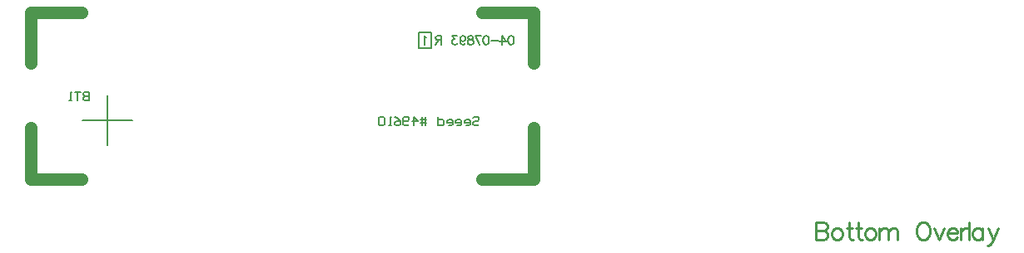
<source format=gbo>
%FSLAX24Y24*%
%MOIN*%
G70*
G01*
G75*
G04 Layer_Color=32896*
%ADD10O,0.0138X0.0256*%
%ADD11O,0.0256X0.0138*%
%ADD12R,0.1339X0.1339*%
%ADD13R,0.0354X0.0276*%
%ADD14R,0.0354X0.0315*%
%ADD15R,0.0551X0.0433*%
%ADD16R,0.0315X0.0354*%
%ADD17R,0.0276X0.0354*%
%ADD18R,0.0984X0.0866*%
%ADD19R,0.0197X0.0787*%
%ADD20R,0.0689X0.0571*%
%ADD21R,0.0295X0.0118*%
%ADD22R,0.0256X0.0354*%
%ADD23R,0.0453X0.0551*%
%ADD24R,0.0177X0.0315*%
%ADD25R,0.1260X0.0433*%
%ADD26R,0.0354X0.0256*%
%ADD27C,0.0100*%
%ADD28C,0.0150*%
%ADD29C,0.0200*%
%ADD30C,0.0180*%
%ADD31C,0.0300*%
%ADD32C,0.0130*%
%ADD33C,0.0500*%
%ADD34R,0.0620X0.0620*%
%ADD35C,0.0620*%
%ADD36C,0.0350*%
%ADD37C,0.0098*%
%ADD38C,0.0098*%
%ADD39C,0.0050*%
%ADD40C,0.0079*%
%ADD41C,0.0060*%
%ADD42O,0.0218X0.0336*%
%ADD43O,0.0336X0.0218*%
%ADD44R,0.1419X0.1419*%
%ADD45R,0.0434X0.0356*%
%ADD46R,0.0434X0.0395*%
%ADD47R,0.0631X0.0513*%
%ADD48R,0.0395X0.0434*%
%ADD49R,0.0356X0.0434*%
%ADD50R,0.1064X0.0946*%
%ADD51R,0.0277X0.0867*%
%ADD52R,0.0769X0.0651*%
%ADD53R,0.0375X0.0198*%
%ADD54R,0.0336X0.0434*%
%ADD55R,0.0533X0.0631*%
%ADD56R,0.0257X0.0395*%
%ADD57R,0.1340X0.0513*%
%ADD58R,0.0434X0.0336*%
%ADD59R,0.0700X0.0700*%
%ADD60C,0.0700*%
%ADD61C,0.0430*%
D27*
X31200Y-2000D02*
Y-2700D01*
Y-2000D02*
X31500D01*
X31600Y-2033D01*
X31633Y-2067D01*
X31667Y-2133D01*
Y-2200D01*
X31633Y-2267D01*
X31600Y-2300D01*
X31500Y-2333D01*
X31200D02*
X31500D01*
X31600Y-2367D01*
X31633Y-2400D01*
X31667Y-2467D01*
Y-2567D01*
X31633Y-2633D01*
X31600Y-2667D01*
X31500Y-2700D01*
X31200D01*
X31990Y-2233D02*
X31923Y-2267D01*
X31857Y-2333D01*
X31823Y-2433D01*
Y-2500D01*
X31857Y-2600D01*
X31923Y-2667D01*
X31990Y-2700D01*
X32090D01*
X32156Y-2667D01*
X32223Y-2600D01*
X32256Y-2500D01*
Y-2433D01*
X32223Y-2333D01*
X32156Y-2267D01*
X32090Y-2233D01*
X31990D01*
X32510Y-2000D02*
Y-2567D01*
X32543Y-2667D01*
X32610Y-2700D01*
X32676D01*
X32410Y-2233D02*
X32643D01*
X32876Y-2000D02*
Y-2567D01*
X32910Y-2667D01*
X32976Y-2700D01*
X33043D01*
X32776Y-2233D02*
X33010D01*
X33310D02*
X33243Y-2267D01*
X33176Y-2333D01*
X33143Y-2433D01*
Y-2500D01*
X33176Y-2600D01*
X33243Y-2667D01*
X33310Y-2700D01*
X33410D01*
X33476Y-2667D01*
X33543Y-2600D01*
X33576Y-2500D01*
Y-2433D01*
X33543Y-2333D01*
X33476Y-2267D01*
X33410Y-2233D01*
X33310D01*
X33729D02*
Y-2700D01*
Y-2367D02*
X33829Y-2267D01*
X33896Y-2233D01*
X33996D01*
X34063Y-2267D01*
X34096Y-2367D01*
Y-2700D01*
Y-2367D02*
X34196Y-2267D01*
X34263Y-2233D01*
X34363D01*
X34429Y-2267D01*
X34463Y-2367D01*
Y-2700D01*
X35432Y-2000D02*
X35366Y-2033D01*
X35299Y-2100D01*
X35266Y-2167D01*
X35232Y-2267D01*
Y-2433D01*
X35266Y-2533D01*
X35299Y-2600D01*
X35366Y-2667D01*
X35432Y-2700D01*
X35566D01*
X35632Y-2667D01*
X35699Y-2600D01*
X35732Y-2533D01*
X35766Y-2433D01*
Y-2267D01*
X35732Y-2167D01*
X35699Y-2100D01*
X35632Y-2033D01*
X35566Y-2000D01*
X35432D01*
X35929Y-2233D02*
X36129Y-2700D01*
X36329Y-2233D02*
X36129Y-2700D01*
X36442Y-2433D02*
X36842D01*
Y-2367D01*
X36809Y-2300D01*
X36775Y-2267D01*
X36709Y-2233D01*
X36609D01*
X36542Y-2267D01*
X36476Y-2333D01*
X36442Y-2433D01*
Y-2500D01*
X36476Y-2600D01*
X36542Y-2667D01*
X36609Y-2700D01*
X36709D01*
X36775Y-2667D01*
X36842Y-2600D01*
X36992Y-2233D02*
Y-2700D01*
Y-2433D02*
X37025Y-2333D01*
X37092Y-2267D01*
X37159Y-2233D01*
X37259D01*
X37322Y-2000D02*
Y-2700D01*
X37869Y-2233D02*
Y-2700D01*
Y-2333D02*
X37802Y-2267D01*
X37735Y-2233D01*
X37635D01*
X37569Y-2267D01*
X37502Y-2333D01*
X37469Y-2433D01*
Y-2500D01*
X37502Y-2600D01*
X37569Y-2667D01*
X37635Y-2700D01*
X37735D01*
X37802Y-2667D01*
X37869Y-2600D01*
X38089Y-2233D02*
X38288Y-2700D01*
X38488Y-2233D02*
X38288Y-2700D01*
X38222Y-2833D01*
X38155Y-2900D01*
X38089Y-2933D01*
X38055D01*
D33*
X-250Y6450D02*
X1800D01*
X-250Y4400D02*
Y6450D01*
X19890Y4400D02*
Y6450D01*
X17840D02*
X19890D01*
X17840Y-250D02*
X19890D01*
Y1800D01*
X-250Y-250D02*
Y1800D01*
Y-250D02*
X1800D01*
D39*
X15300Y5000D02*
X15800D01*
Y5650D01*
X15300Y5000D02*
Y5650D01*
X15800D01*
X17467Y2192D02*
X17525Y2250D01*
X17642D01*
X17700Y2192D01*
Y2133D01*
X17642Y2075D01*
X17525D01*
X17467Y2017D01*
Y1958D01*
X17525Y1900D01*
X17642D01*
X17700Y1958D01*
X17175Y1900D02*
X17292D01*
X17350Y1958D01*
Y2075D01*
X17292Y2133D01*
X17175D01*
X17117Y2075D01*
Y2017D01*
X17350D01*
X16825Y1900D02*
X16942D01*
X17000Y1958D01*
Y2075D01*
X16942Y2133D01*
X16825D01*
X16767Y2075D01*
Y2017D01*
X17000D01*
X16475Y1900D02*
X16592D01*
X16650Y1958D01*
Y2075D01*
X16592Y2133D01*
X16475D01*
X16417Y2075D01*
Y2017D01*
X16650D01*
X16067Y2250D02*
Y1900D01*
X16242D01*
X16300Y1958D01*
Y2075D01*
X16242Y2133D01*
X16067D01*
X15542Y1900D02*
Y2250D01*
X15426D02*
Y1900D01*
X15601Y2133D02*
X15426D01*
X15367D01*
X15601Y2017D02*
X15367D01*
X15076Y1900D02*
Y2250D01*
X15251Y2075D01*
X15018D01*
X14901Y1958D02*
X14843Y1900D01*
X14726D01*
X14668Y1958D01*
Y2192D01*
X14726Y2250D01*
X14843D01*
X14901Y2192D01*
Y2133D01*
X14843Y2075D01*
X14668D01*
X14318Y2250D02*
X14434Y2192D01*
X14551Y2075D01*
Y1958D01*
X14493Y1900D01*
X14376D01*
X14318Y1958D01*
Y2017D01*
X14376Y2075D01*
X14551D01*
X14201Y1900D02*
X14085D01*
X14143D01*
Y2250D01*
X14201Y2192D01*
X13910D02*
X13851Y2250D01*
X13735D01*
X13676Y2192D01*
Y1958D01*
X13735Y1900D01*
X13851D01*
X13910Y1958D01*
Y2192D01*
X2100Y3250D02*
Y2900D01*
X1925D01*
X1867Y2958D01*
Y3017D01*
X1925Y3075D01*
X2100D01*
X1925D01*
X1867Y3133D01*
Y3192D01*
X1925Y3250D01*
X2100D01*
X1750D02*
X1517D01*
X1633D01*
Y2900D01*
X1400D02*
X1284D01*
X1342D01*
Y3250D01*
X1400Y3192D01*
X15600Y5433D02*
X15567Y5450D01*
X15517Y5500D01*
Y5150D01*
X16200Y5500D02*
Y5150D01*
Y5500D02*
X16050D01*
X16000Y5483D01*
X15983Y5467D01*
X15967Y5433D01*
Y5400D01*
X15983Y5367D01*
X16000Y5350D01*
X16050Y5333D01*
X16200D01*
X16083D02*
X15967Y5150D01*
X18000Y5500D02*
X18050Y5483D01*
X18083Y5433D01*
X18100Y5350D01*
Y5300D01*
X18083Y5217D01*
X18050Y5167D01*
X18000Y5150D01*
X17967D01*
X17917Y5167D01*
X17883Y5217D01*
X17867Y5300D01*
Y5350D01*
X17883Y5433D01*
X17917Y5483D01*
X17967Y5500D01*
X18000D01*
X17555D02*
X17722Y5150D01*
X17788Y5500D02*
X17555D01*
X17393D02*
X17443Y5483D01*
X17460Y5450D01*
Y5417D01*
X17443Y5383D01*
X17410Y5367D01*
X17343Y5350D01*
X17294Y5333D01*
X17260Y5300D01*
X17244Y5267D01*
Y5217D01*
X17260Y5183D01*
X17277Y5167D01*
X17327Y5150D01*
X17393D01*
X17443Y5167D01*
X17460Y5183D01*
X17477Y5217D01*
Y5267D01*
X17460Y5300D01*
X17427Y5333D01*
X17377Y5350D01*
X17310Y5367D01*
X17277Y5383D01*
X17260Y5417D01*
Y5450D01*
X17277Y5483D01*
X17327Y5500D01*
X17393D01*
X16949Y5383D02*
X16965Y5333D01*
X16999Y5300D01*
X17049Y5283D01*
X17065D01*
X17115Y5300D01*
X17149Y5333D01*
X17165Y5383D01*
Y5400D01*
X17149Y5450D01*
X17115Y5483D01*
X17065Y5500D01*
X17049D01*
X16999Y5483D01*
X16965Y5450D01*
X16949Y5383D01*
Y5300D01*
X16965Y5217D01*
X16999Y5167D01*
X17049Y5150D01*
X17082D01*
X17132Y5167D01*
X17149Y5200D01*
X16820Y5500D02*
X16637D01*
X16737Y5367D01*
X16687D01*
X16654Y5350D01*
X16637Y5333D01*
X16620Y5283D01*
Y5250D01*
X16637Y5200D01*
X16670Y5167D01*
X16720Y5150D01*
X16770D01*
X16820Y5167D01*
X16837Y5183D01*
X16854Y5217D01*
X19000Y5500D02*
X19050Y5483D01*
X19083Y5433D01*
X19100Y5350D01*
Y5300D01*
X19083Y5217D01*
X19050Y5167D01*
X19000Y5150D01*
X18967D01*
X18917Y5167D01*
X18883Y5217D01*
X18867Y5300D01*
Y5350D01*
X18883Y5433D01*
X18917Y5483D01*
X18967Y5500D01*
X19000D01*
X18622D02*
X18788Y5267D01*
X18538D01*
X18622Y5500D02*
Y5150D01*
X18477Y5300D02*
X18177D01*
D40*
X1840Y2100D02*
X3840D01*
X2840Y1100D02*
Y3100D01*
M02*

</source>
